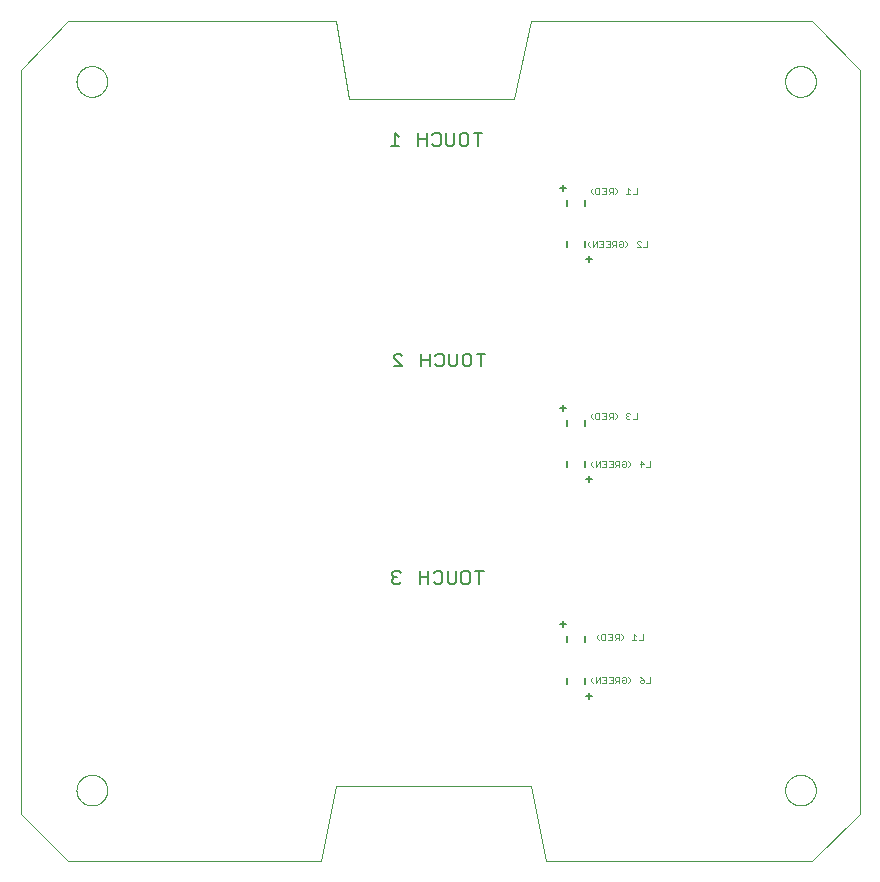
<source format=gbo>
G75*
%MOIN*%
%OFA0B0*%
%FSLAX25Y25*%
%IPPOS*%
%LPD*%
%AMOC8*
5,1,8,0,0,1.08239X$1,22.5*
%
%ADD10C,0.00000*%
%ADD11C,0.00800*%
%ADD12C,0.00400*%
%ADD13C,0.00500*%
D10*
X0024471Y0016748D02*
X0024471Y0264780D01*
X0040219Y0281000D01*
X0129471Y0281000D01*
X0133971Y0255000D01*
X0188971Y0255000D01*
X0194471Y0281000D01*
X0288250Y0281000D01*
X0303998Y0264780D01*
X0303998Y0016748D01*
X0288250Y0001000D01*
X0199471Y0001000D01*
X0194471Y0026000D01*
X0129471Y0026000D01*
X0124471Y0001000D01*
X0040219Y0001000D01*
X0024471Y0016748D01*
X0042975Y0024622D02*
X0042977Y0024765D01*
X0042983Y0024908D01*
X0042993Y0025050D01*
X0043007Y0025192D01*
X0043025Y0025334D01*
X0043047Y0025476D01*
X0043072Y0025616D01*
X0043102Y0025756D01*
X0043136Y0025895D01*
X0043173Y0026033D01*
X0043215Y0026170D01*
X0043260Y0026305D01*
X0043309Y0026439D01*
X0043361Y0026572D01*
X0043417Y0026704D01*
X0043477Y0026833D01*
X0043541Y0026961D01*
X0043608Y0027088D01*
X0043679Y0027212D01*
X0043753Y0027334D01*
X0043830Y0027454D01*
X0043911Y0027572D01*
X0043995Y0027688D01*
X0044082Y0027801D01*
X0044172Y0027912D01*
X0044266Y0028020D01*
X0044362Y0028126D01*
X0044461Y0028228D01*
X0044564Y0028328D01*
X0044668Y0028425D01*
X0044776Y0028520D01*
X0044886Y0028611D01*
X0044999Y0028699D01*
X0045114Y0028783D01*
X0045231Y0028865D01*
X0045351Y0028943D01*
X0045472Y0029018D01*
X0045596Y0029090D01*
X0045722Y0029158D01*
X0045849Y0029222D01*
X0045979Y0029283D01*
X0046110Y0029340D01*
X0046242Y0029394D01*
X0046376Y0029443D01*
X0046511Y0029490D01*
X0046648Y0029532D01*
X0046786Y0029570D01*
X0046924Y0029605D01*
X0047064Y0029635D01*
X0047204Y0029662D01*
X0047345Y0029685D01*
X0047487Y0029704D01*
X0047629Y0029719D01*
X0047772Y0029730D01*
X0047914Y0029737D01*
X0048057Y0029740D01*
X0048200Y0029739D01*
X0048343Y0029734D01*
X0048486Y0029725D01*
X0048628Y0029712D01*
X0048770Y0029695D01*
X0048911Y0029674D01*
X0049052Y0029649D01*
X0049192Y0029621D01*
X0049331Y0029588D01*
X0049469Y0029551D01*
X0049606Y0029511D01*
X0049742Y0029467D01*
X0049877Y0029419D01*
X0050010Y0029367D01*
X0050142Y0029312D01*
X0050272Y0029253D01*
X0050401Y0029190D01*
X0050527Y0029124D01*
X0050652Y0029054D01*
X0050775Y0028981D01*
X0050895Y0028905D01*
X0051014Y0028825D01*
X0051130Y0028741D01*
X0051244Y0028655D01*
X0051355Y0028565D01*
X0051464Y0028473D01*
X0051570Y0028377D01*
X0051674Y0028279D01*
X0051775Y0028177D01*
X0051872Y0028073D01*
X0051967Y0027966D01*
X0052059Y0027857D01*
X0052148Y0027745D01*
X0052234Y0027630D01*
X0052316Y0027514D01*
X0052395Y0027394D01*
X0052471Y0027273D01*
X0052543Y0027150D01*
X0052612Y0027025D01*
X0052677Y0026898D01*
X0052739Y0026769D01*
X0052797Y0026638D01*
X0052852Y0026506D01*
X0052902Y0026372D01*
X0052949Y0026237D01*
X0052993Y0026101D01*
X0053032Y0025964D01*
X0053067Y0025825D01*
X0053099Y0025686D01*
X0053127Y0025546D01*
X0053151Y0025405D01*
X0053171Y0025263D01*
X0053187Y0025121D01*
X0053199Y0024979D01*
X0053207Y0024836D01*
X0053211Y0024693D01*
X0053211Y0024551D01*
X0053207Y0024408D01*
X0053199Y0024265D01*
X0053187Y0024123D01*
X0053171Y0023981D01*
X0053151Y0023839D01*
X0053127Y0023698D01*
X0053099Y0023558D01*
X0053067Y0023419D01*
X0053032Y0023280D01*
X0052993Y0023143D01*
X0052949Y0023007D01*
X0052902Y0022872D01*
X0052852Y0022738D01*
X0052797Y0022606D01*
X0052739Y0022475D01*
X0052677Y0022346D01*
X0052612Y0022219D01*
X0052543Y0022094D01*
X0052471Y0021971D01*
X0052395Y0021850D01*
X0052316Y0021730D01*
X0052234Y0021614D01*
X0052148Y0021499D01*
X0052059Y0021387D01*
X0051967Y0021278D01*
X0051872Y0021171D01*
X0051775Y0021067D01*
X0051674Y0020965D01*
X0051570Y0020867D01*
X0051464Y0020771D01*
X0051355Y0020679D01*
X0051244Y0020589D01*
X0051130Y0020503D01*
X0051014Y0020419D01*
X0050895Y0020339D01*
X0050775Y0020263D01*
X0050652Y0020190D01*
X0050527Y0020120D01*
X0050401Y0020054D01*
X0050272Y0019991D01*
X0050142Y0019932D01*
X0050010Y0019877D01*
X0049877Y0019825D01*
X0049742Y0019777D01*
X0049606Y0019733D01*
X0049469Y0019693D01*
X0049331Y0019656D01*
X0049192Y0019623D01*
X0049052Y0019595D01*
X0048911Y0019570D01*
X0048770Y0019549D01*
X0048628Y0019532D01*
X0048486Y0019519D01*
X0048343Y0019510D01*
X0048200Y0019505D01*
X0048057Y0019504D01*
X0047914Y0019507D01*
X0047772Y0019514D01*
X0047629Y0019525D01*
X0047487Y0019540D01*
X0047345Y0019559D01*
X0047204Y0019582D01*
X0047064Y0019609D01*
X0046924Y0019639D01*
X0046786Y0019674D01*
X0046648Y0019712D01*
X0046511Y0019754D01*
X0046376Y0019801D01*
X0046242Y0019850D01*
X0046110Y0019904D01*
X0045979Y0019961D01*
X0045849Y0020022D01*
X0045722Y0020086D01*
X0045596Y0020154D01*
X0045472Y0020226D01*
X0045351Y0020301D01*
X0045231Y0020379D01*
X0045114Y0020461D01*
X0044999Y0020545D01*
X0044886Y0020633D01*
X0044776Y0020724D01*
X0044668Y0020819D01*
X0044564Y0020916D01*
X0044461Y0021016D01*
X0044362Y0021118D01*
X0044266Y0021224D01*
X0044172Y0021332D01*
X0044082Y0021443D01*
X0043995Y0021556D01*
X0043911Y0021672D01*
X0043830Y0021790D01*
X0043753Y0021910D01*
X0043679Y0022032D01*
X0043608Y0022156D01*
X0043541Y0022283D01*
X0043477Y0022411D01*
X0043417Y0022540D01*
X0043361Y0022672D01*
X0043309Y0022805D01*
X0043260Y0022939D01*
X0043215Y0023074D01*
X0043173Y0023211D01*
X0043136Y0023349D01*
X0043102Y0023488D01*
X0043072Y0023628D01*
X0043047Y0023768D01*
X0043025Y0023910D01*
X0043007Y0024052D01*
X0042993Y0024194D01*
X0042983Y0024336D01*
X0042977Y0024479D01*
X0042975Y0024622D01*
X0279195Y0024622D02*
X0279197Y0024765D01*
X0279203Y0024908D01*
X0279213Y0025050D01*
X0279227Y0025192D01*
X0279245Y0025334D01*
X0279267Y0025476D01*
X0279292Y0025616D01*
X0279322Y0025756D01*
X0279356Y0025895D01*
X0279393Y0026033D01*
X0279435Y0026170D01*
X0279480Y0026305D01*
X0279529Y0026439D01*
X0279581Y0026572D01*
X0279637Y0026704D01*
X0279697Y0026833D01*
X0279761Y0026961D01*
X0279828Y0027088D01*
X0279899Y0027212D01*
X0279973Y0027334D01*
X0280050Y0027454D01*
X0280131Y0027572D01*
X0280215Y0027688D01*
X0280302Y0027801D01*
X0280392Y0027912D01*
X0280486Y0028020D01*
X0280582Y0028126D01*
X0280681Y0028228D01*
X0280784Y0028328D01*
X0280888Y0028425D01*
X0280996Y0028520D01*
X0281106Y0028611D01*
X0281219Y0028699D01*
X0281334Y0028783D01*
X0281451Y0028865D01*
X0281571Y0028943D01*
X0281692Y0029018D01*
X0281816Y0029090D01*
X0281942Y0029158D01*
X0282069Y0029222D01*
X0282199Y0029283D01*
X0282330Y0029340D01*
X0282462Y0029394D01*
X0282596Y0029443D01*
X0282731Y0029490D01*
X0282868Y0029532D01*
X0283006Y0029570D01*
X0283144Y0029605D01*
X0283284Y0029635D01*
X0283424Y0029662D01*
X0283565Y0029685D01*
X0283707Y0029704D01*
X0283849Y0029719D01*
X0283992Y0029730D01*
X0284134Y0029737D01*
X0284277Y0029740D01*
X0284420Y0029739D01*
X0284563Y0029734D01*
X0284706Y0029725D01*
X0284848Y0029712D01*
X0284990Y0029695D01*
X0285131Y0029674D01*
X0285272Y0029649D01*
X0285412Y0029621D01*
X0285551Y0029588D01*
X0285689Y0029551D01*
X0285826Y0029511D01*
X0285962Y0029467D01*
X0286097Y0029419D01*
X0286230Y0029367D01*
X0286362Y0029312D01*
X0286492Y0029253D01*
X0286621Y0029190D01*
X0286747Y0029124D01*
X0286872Y0029054D01*
X0286995Y0028981D01*
X0287115Y0028905D01*
X0287234Y0028825D01*
X0287350Y0028741D01*
X0287464Y0028655D01*
X0287575Y0028565D01*
X0287684Y0028473D01*
X0287790Y0028377D01*
X0287894Y0028279D01*
X0287995Y0028177D01*
X0288092Y0028073D01*
X0288187Y0027966D01*
X0288279Y0027857D01*
X0288368Y0027745D01*
X0288454Y0027630D01*
X0288536Y0027514D01*
X0288615Y0027394D01*
X0288691Y0027273D01*
X0288763Y0027150D01*
X0288832Y0027025D01*
X0288897Y0026898D01*
X0288959Y0026769D01*
X0289017Y0026638D01*
X0289072Y0026506D01*
X0289122Y0026372D01*
X0289169Y0026237D01*
X0289213Y0026101D01*
X0289252Y0025964D01*
X0289287Y0025825D01*
X0289319Y0025686D01*
X0289347Y0025546D01*
X0289371Y0025405D01*
X0289391Y0025263D01*
X0289407Y0025121D01*
X0289419Y0024979D01*
X0289427Y0024836D01*
X0289431Y0024693D01*
X0289431Y0024551D01*
X0289427Y0024408D01*
X0289419Y0024265D01*
X0289407Y0024123D01*
X0289391Y0023981D01*
X0289371Y0023839D01*
X0289347Y0023698D01*
X0289319Y0023558D01*
X0289287Y0023419D01*
X0289252Y0023280D01*
X0289213Y0023143D01*
X0289169Y0023007D01*
X0289122Y0022872D01*
X0289072Y0022738D01*
X0289017Y0022606D01*
X0288959Y0022475D01*
X0288897Y0022346D01*
X0288832Y0022219D01*
X0288763Y0022094D01*
X0288691Y0021971D01*
X0288615Y0021850D01*
X0288536Y0021730D01*
X0288454Y0021614D01*
X0288368Y0021499D01*
X0288279Y0021387D01*
X0288187Y0021278D01*
X0288092Y0021171D01*
X0287995Y0021067D01*
X0287894Y0020965D01*
X0287790Y0020867D01*
X0287684Y0020771D01*
X0287575Y0020679D01*
X0287464Y0020589D01*
X0287350Y0020503D01*
X0287234Y0020419D01*
X0287115Y0020339D01*
X0286995Y0020263D01*
X0286872Y0020190D01*
X0286747Y0020120D01*
X0286621Y0020054D01*
X0286492Y0019991D01*
X0286362Y0019932D01*
X0286230Y0019877D01*
X0286097Y0019825D01*
X0285962Y0019777D01*
X0285826Y0019733D01*
X0285689Y0019693D01*
X0285551Y0019656D01*
X0285412Y0019623D01*
X0285272Y0019595D01*
X0285131Y0019570D01*
X0284990Y0019549D01*
X0284848Y0019532D01*
X0284706Y0019519D01*
X0284563Y0019510D01*
X0284420Y0019505D01*
X0284277Y0019504D01*
X0284134Y0019507D01*
X0283992Y0019514D01*
X0283849Y0019525D01*
X0283707Y0019540D01*
X0283565Y0019559D01*
X0283424Y0019582D01*
X0283284Y0019609D01*
X0283144Y0019639D01*
X0283006Y0019674D01*
X0282868Y0019712D01*
X0282731Y0019754D01*
X0282596Y0019801D01*
X0282462Y0019850D01*
X0282330Y0019904D01*
X0282199Y0019961D01*
X0282069Y0020022D01*
X0281942Y0020086D01*
X0281816Y0020154D01*
X0281692Y0020226D01*
X0281571Y0020301D01*
X0281451Y0020379D01*
X0281334Y0020461D01*
X0281219Y0020545D01*
X0281106Y0020633D01*
X0280996Y0020724D01*
X0280888Y0020819D01*
X0280784Y0020916D01*
X0280681Y0021016D01*
X0280582Y0021118D01*
X0280486Y0021224D01*
X0280392Y0021332D01*
X0280302Y0021443D01*
X0280215Y0021556D01*
X0280131Y0021672D01*
X0280050Y0021790D01*
X0279973Y0021910D01*
X0279899Y0022032D01*
X0279828Y0022156D01*
X0279761Y0022283D01*
X0279697Y0022411D01*
X0279637Y0022540D01*
X0279581Y0022672D01*
X0279529Y0022805D01*
X0279480Y0022939D01*
X0279435Y0023074D01*
X0279393Y0023211D01*
X0279356Y0023349D01*
X0279322Y0023488D01*
X0279292Y0023628D01*
X0279267Y0023768D01*
X0279245Y0023910D01*
X0279227Y0024052D01*
X0279213Y0024194D01*
X0279203Y0024336D01*
X0279197Y0024479D01*
X0279195Y0024622D01*
X0279195Y0260843D02*
X0279197Y0260986D01*
X0279203Y0261129D01*
X0279213Y0261271D01*
X0279227Y0261413D01*
X0279245Y0261555D01*
X0279267Y0261697D01*
X0279292Y0261837D01*
X0279322Y0261977D01*
X0279356Y0262116D01*
X0279393Y0262254D01*
X0279435Y0262391D01*
X0279480Y0262526D01*
X0279529Y0262660D01*
X0279581Y0262793D01*
X0279637Y0262925D01*
X0279697Y0263054D01*
X0279761Y0263182D01*
X0279828Y0263309D01*
X0279899Y0263433D01*
X0279973Y0263555D01*
X0280050Y0263675D01*
X0280131Y0263793D01*
X0280215Y0263909D01*
X0280302Y0264022D01*
X0280392Y0264133D01*
X0280486Y0264241D01*
X0280582Y0264347D01*
X0280681Y0264449D01*
X0280784Y0264549D01*
X0280888Y0264646D01*
X0280996Y0264741D01*
X0281106Y0264832D01*
X0281219Y0264920D01*
X0281334Y0265004D01*
X0281451Y0265086D01*
X0281571Y0265164D01*
X0281692Y0265239D01*
X0281816Y0265311D01*
X0281942Y0265379D01*
X0282069Y0265443D01*
X0282199Y0265504D01*
X0282330Y0265561D01*
X0282462Y0265615D01*
X0282596Y0265664D01*
X0282731Y0265711D01*
X0282868Y0265753D01*
X0283006Y0265791D01*
X0283144Y0265826D01*
X0283284Y0265856D01*
X0283424Y0265883D01*
X0283565Y0265906D01*
X0283707Y0265925D01*
X0283849Y0265940D01*
X0283992Y0265951D01*
X0284134Y0265958D01*
X0284277Y0265961D01*
X0284420Y0265960D01*
X0284563Y0265955D01*
X0284706Y0265946D01*
X0284848Y0265933D01*
X0284990Y0265916D01*
X0285131Y0265895D01*
X0285272Y0265870D01*
X0285412Y0265842D01*
X0285551Y0265809D01*
X0285689Y0265772D01*
X0285826Y0265732D01*
X0285962Y0265688D01*
X0286097Y0265640D01*
X0286230Y0265588D01*
X0286362Y0265533D01*
X0286492Y0265474D01*
X0286621Y0265411D01*
X0286747Y0265345D01*
X0286872Y0265275D01*
X0286995Y0265202D01*
X0287115Y0265126D01*
X0287234Y0265046D01*
X0287350Y0264962D01*
X0287464Y0264876D01*
X0287575Y0264786D01*
X0287684Y0264694D01*
X0287790Y0264598D01*
X0287894Y0264500D01*
X0287995Y0264398D01*
X0288092Y0264294D01*
X0288187Y0264187D01*
X0288279Y0264078D01*
X0288368Y0263966D01*
X0288454Y0263851D01*
X0288536Y0263735D01*
X0288615Y0263615D01*
X0288691Y0263494D01*
X0288763Y0263371D01*
X0288832Y0263246D01*
X0288897Y0263119D01*
X0288959Y0262990D01*
X0289017Y0262859D01*
X0289072Y0262727D01*
X0289122Y0262593D01*
X0289169Y0262458D01*
X0289213Y0262322D01*
X0289252Y0262185D01*
X0289287Y0262046D01*
X0289319Y0261907D01*
X0289347Y0261767D01*
X0289371Y0261626D01*
X0289391Y0261484D01*
X0289407Y0261342D01*
X0289419Y0261200D01*
X0289427Y0261057D01*
X0289431Y0260914D01*
X0289431Y0260772D01*
X0289427Y0260629D01*
X0289419Y0260486D01*
X0289407Y0260344D01*
X0289391Y0260202D01*
X0289371Y0260060D01*
X0289347Y0259919D01*
X0289319Y0259779D01*
X0289287Y0259640D01*
X0289252Y0259501D01*
X0289213Y0259364D01*
X0289169Y0259228D01*
X0289122Y0259093D01*
X0289072Y0258959D01*
X0289017Y0258827D01*
X0288959Y0258696D01*
X0288897Y0258567D01*
X0288832Y0258440D01*
X0288763Y0258315D01*
X0288691Y0258192D01*
X0288615Y0258071D01*
X0288536Y0257951D01*
X0288454Y0257835D01*
X0288368Y0257720D01*
X0288279Y0257608D01*
X0288187Y0257499D01*
X0288092Y0257392D01*
X0287995Y0257288D01*
X0287894Y0257186D01*
X0287790Y0257088D01*
X0287684Y0256992D01*
X0287575Y0256900D01*
X0287464Y0256810D01*
X0287350Y0256724D01*
X0287234Y0256640D01*
X0287115Y0256560D01*
X0286995Y0256484D01*
X0286872Y0256411D01*
X0286747Y0256341D01*
X0286621Y0256275D01*
X0286492Y0256212D01*
X0286362Y0256153D01*
X0286230Y0256098D01*
X0286097Y0256046D01*
X0285962Y0255998D01*
X0285826Y0255954D01*
X0285689Y0255914D01*
X0285551Y0255877D01*
X0285412Y0255844D01*
X0285272Y0255816D01*
X0285131Y0255791D01*
X0284990Y0255770D01*
X0284848Y0255753D01*
X0284706Y0255740D01*
X0284563Y0255731D01*
X0284420Y0255726D01*
X0284277Y0255725D01*
X0284134Y0255728D01*
X0283992Y0255735D01*
X0283849Y0255746D01*
X0283707Y0255761D01*
X0283565Y0255780D01*
X0283424Y0255803D01*
X0283284Y0255830D01*
X0283144Y0255860D01*
X0283006Y0255895D01*
X0282868Y0255933D01*
X0282731Y0255975D01*
X0282596Y0256022D01*
X0282462Y0256071D01*
X0282330Y0256125D01*
X0282199Y0256182D01*
X0282069Y0256243D01*
X0281942Y0256307D01*
X0281816Y0256375D01*
X0281692Y0256447D01*
X0281571Y0256522D01*
X0281451Y0256600D01*
X0281334Y0256682D01*
X0281219Y0256766D01*
X0281106Y0256854D01*
X0280996Y0256945D01*
X0280888Y0257040D01*
X0280784Y0257137D01*
X0280681Y0257237D01*
X0280582Y0257339D01*
X0280486Y0257445D01*
X0280392Y0257553D01*
X0280302Y0257664D01*
X0280215Y0257777D01*
X0280131Y0257893D01*
X0280050Y0258011D01*
X0279973Y0258131D01*
X0279899Y0258253D01*
X0279828Y0258377D01*
X0279761Y0258504D01*
X0279697Y0258632D01*
X0279637Y0258761D01*
X0279581Y0258893D01*
X0279529Y0259026D01*
X0279480Y0259160D01*
X0279435Y0259295D01*
X0279393Y0259432D01*
X0279356Y0259570D01*
X0279322Y0259709D01*
X0279292Y0259849D01*
X0279267Y0259989D01*
X0279245Y0260131D01*
X0279227Y0260273D01*
X0279213Y0260415D01*
X0279203Y0260557D01*
X0279197Y0260700D01*
X0279195Y0260843D01*
X0042975Y0260843D02*
X0042977Y0260986D01*
X0042983Y0261129D01*
X0042993Y0261271D01*
X0043007Y0261413D01*
X0043025Y0261555D01*
X0043047Y0261697D01*
X0043072Y0261837D01*
X0043102Y0261977D01*
X0043136Y0262116D01*
X0043173Y0262254D01*
X0043215Y0262391D01*
X0043260Y0262526D01*
X0043309Y0262660D01*
X0043361Y0262793D01*
X0043417Y0262925D01*
X0043477Y0263054D01*
X0043541Y0263182D01*
X0043608Y0263309D01*
X0043679Y0263433D01*
X0043753Y0263555D01*
X0043830Y0263675D01*
X0043911Y0263793D01*
X0043995Y0263909D01*
X0044082Y0264022D01*
X0044172Y0264133D01*
X0044266Y0264241D01*
X0044362Y0264347D01*
X0044461Y0264449D01*
X0044564Y0264549D01*
X0044668Y0264646D01*
X0044776Y0264741D01*
X0044886Y0264832D01*
X0044999Y0264920D01*
X0045114Y0265004D01*
X0045231Y0265086D01*
X0045351Y0265164D01*
X0045472Y0265239D01*
X0045596Y0265311D01*
X0045722Y0265379D01*
X0045849Y0265443D01*
X0045979Y0265504D01*
X0046110Y0265561D01*
X0046242Y0265615D01*
X0046376Y0265664D01*
X0046511Y0265711D01*
X0046648Y0265753D01*
X0046786Y0265791D01*
X0046924Y0265826D01*
X0047064Y0265856D01*
X0047204Y0265883D01*
X0047345Y0265906D01*
X0047487Y0265925D01*
X0047629Y0265940D01*
X0047772Y0265951D01*
X0047914Y0265958D01*
X0048057Y0265961D01*
X0048200Y0265960D01*
X0048343Y0265955D01*
X0048486Y0265946D01*
X0048628Y0265933D01*
X0048770Y0265916D01*
X0048911Y0265895D01*
X0049052Y0265870D01*
X0049192Y0265842D01*
X0049331Y0265809D01*
X0049469Y0265772D01*
X0049606Y0265732D01*
X0049742Y0265688D01*
X0049877Y0265640D01*
X0050010Y0265588D01*
X0050142Y0265533D01*
X0050272Y0265474D01*
X0050401Y0265411D01*
X0050527Y0265345D01*
X0050652Y0265275D01*
X0050775Y0265202D01*
X0050895Y0265126D01*
X0051014Y0265046D01*
X0051130Y0264962D01*
X0051244Y0264876D01*
X0051355Y0264786D01*
X0051464Y0264694D01*
X0051570Y0264598D01*
X0051674Y0264500D01*
X0051775Y0264398D01*
X0051872Y0264294D01*
X0051967Y0264187D01*
X0052059Y0264078D01*
X0052148Y0263966D01*
X0052234Y0263851D01*
X0052316Y0263735D01*
X0052395Y0263615D01*
X0052471Y0263494D01*
X0052543Y0263371D01*
X0052612Y0263246D01*
X0052677Y0263119D01*
X0052739Y0262990D01*
X0052797Y0262859D01*
X0052852Y0262727D01*
X0052902Y0262593D01*
X0052949Y0262458D01*
X0052993Y0262322D01*
X0053032Y0262185D01*
X0053067Y0262046D01*
X0053099Y0261907D01*
X0053127Y0261767D01*
X0053151Y0261626D01*
X0053171Y0261484D01*
X0053187Y0261342D01*
X0053199Y0261200D01*
X0053207Y0261057D01*
X0053211Y0260914D01*
X0053211Y0260772D01*
X0053207Y0260629D01*
X0053199Y0260486D01*
X0053187Y0260344D01*
X0053171Y0260202D01*
X0053151Y0260060D01*
X0053127Y0259919D01*
X0053099Y0259779D01*
X0053067Y0259640D01*
X0053032Y0259501D01*
X0052993Y0259364D01*
X0052949Y0259228D01*
X0052902Y0259093D01*
X0052852Y0258959D01*
X0052797Y0258827D01*
X0052739Y0258696D01*
X0052677Y0258567D01*
X0052612Y0258440D01*
X0052543Y0258315D01*
X0052471Y0258192D01*
X0052395Y0258071D01*
X0052316Y0257951D01*
X0052234Y0257835D01*
X0052148Y0257720D01*
X0052059Y0257608D01*
X0051967Y0257499D01*
X0051872Y0257392D01*
X0051775Y0257288D01*
X0051674Y0257186D01*
X0051570Y0257088D01*
X0051464Y0256992D01*
X0051355Y0256900D01*
X0051244Y0256810D01*
X0051130Y0256724D01*
X0051014Y0256640D01*
X0050895Y0256560D01*
X0050775Y0256484D01*
X0050652Y0256411D01*
X0050527Y0256341D01*
X0050401Y0256275D01*
X0050272Y0256212D01*
X0050142Y0256153D01*
X0050010Y0256098D01*
X0049877Y0256046D01*
X0049742Y0255998D01*
X0049606Y0255954D01*
X0049469Y0255914D01*
X0049331Y0255877D01*
X0049192Y0255844D01*
X0049052Y0255816D01*
X0048911Y0255791D01*
X0048770Y0255770D01*
X0048628Y0255753D01*
X0048486Y0255740D01*
X0048343Y0255731D01*
X0048200Y0255726D01*
X0048057Y0255725D01*
X0047914Y0255728D01*
X0047772Y0255735D01*
X0047629Y0255746D01*
X0047487Y0255761D01*
X0047345Y0255780D01*
X0047204Y0255803D01*
X0047064Y0255830D01*
X0046924Y0255860D01*
X0046786Y0255895D01*
X0046648Y0255933D01*
X0046511Y0255975D01*
X0046376Y0256022D01*
X0046242Y0256071D01*
X0046110Y0256125D01*
X0045979Y0256182D01*
X0045849Y0256243D01*
X0045722Y0256307D01*
X0045596Y0256375D01*
X0045472Y0256447D01*
X0045351Y0256522D01*
X0045231Y0256600D01*
X0045114Y0256682D01*
X0044999Y0256766D01*
X0044886Y0256854D01*
X0044776Y0256945D01*
X0044668Y0257040D01*
X0044564Y0257137D01*
X0044461Y0257237D01*
X0044362Y0257339D01*
X0044266Y0257445D01*
X0044172Y0257553D01*
X0044082Y0257664D01*
X0043995Y0257777D01*
X0043911Y0257893D01*
X0043830Y0258011D01*
X0043753Y0258131D01*
X0043679Y0258253D01*
X0043608Y0258377D01*
X0043541Y0258504D01*
X0043477Y0258632D01*
X0043417Y0258761D01*
X0043361Y0258893D01*
X0043309Y0259026D01*
X0043260Y0259160D01*
X0043215Y0259295D01*
X0043173Y0259432D01*
X0043136Y0259570D01*
X0043102Y0259709D01*
X0043072Y0259849D01*
X0043047Y0259989D01*
X0043025Y0260131D01*
X0043007Y0260273D01*
X0042993Y0260415D01*
X0042983Y0260557D01*
X0042977Y0260700D01*
X0042975Y0260843D01*
D11*
X0147758Y0239400D02*
X0150561Y0239400D01*
X0149160Y0239400D02*
X0149160Y0243604D01*
X0150561Y0242202D01*
X0156966Y0241502D02*
X0159769Y0241502D01*
X0159769Y0239400D02*
X0159769Y0243604D01*
X0161570Y0242903D02*
X0162271Y0243604D01*
X0163672Y0243604D01*
X0164373Y0242903D01*
X0164373Y0240101D01*
X0163672Y0239400D01*
X0162271Y0239400D01*
X0161570Y0240101D01*
X0156966Y0239400D02*
X0156966Y0243604D01*
X0166174Y0243604D02*
X0166174Y0240101D01*
X0166875Y0239400D01*
X0168276Y0239400D01*
X0168976Y0240101D01*
X0168976Y0243604D01*
X0170778Y0242903D02*
X0171479Y0243604D01*
X0172880Y0243604D01*
X0173580Y0242903D01*
X0173580Y0240101D01*
X0172880Y0239400D01*
X0171479Y0239400D01*
X0170778Y0240101D01*
X0170778Y0242903D01*
X0175382Y0243604D02*
X0178184Y0243604D01*
X0176783Y0243604D02*
X0176783Y0239400D01*
X0176382Y0170104D02*
X0179184Y0170104D01*
X0177783Y0170104D02*
X0177783Y0165900D01*
X0174580Y0166601D02*
X0173880Y0165900D01*
X0172479Y0165900D01*
X0171778Y0166601D01*
X0171778Y0169403D01*
X0172479Y0170104D01*
X0173880Y0170104D01*
X0174580Y0169403D01*
X0174580Y0166601D01*
X0169976Y0166601D02*
X0169276Y0165900D01*
X0167875Y0165900D01*
X0167174Y0166601D01*
X0167174Y0170104D01*
X0165373Y0169403D02*
X0165373Y0166601D01*
X0164672Y0165900D01*
X0163271Y0165900D01*
X0162570Y0166601D01*
X0160769Y0165900D02*
X0160769Y0170104D01*
X0162570Y0169403D02*
X0163271Y0170104D01*
X0164672Y0170104D01*
X0165373Y0169403D01*
X0169976Y0170104D02*
X0169976Y0166601D01*
X0160769Y0168002D02*
X0157966Y0168002D01*
X0157966Y0170104D02*
X0157966Y0165900D01*
X0151561Y0165900D02*
X0148758Y0168702D01*
X0148758Y0169403D01*
X0149459Y0170104D01*
X0150860Y0170104D01*
X0151561Y0169403D01*
X0151561Y0165900D02*
X0148758Y0165900D01*
X0148959Y0097604D02*
X0148258Y0096903D01*
X0148258Y0096202D01*
X0148959Y0095502D01*
X0148258Y0094801D01*
X0148258Y0094101D01*
X0148959Y0093400D01*
X0150360Y0093400D01*
X0151061Y0094101D01*
X0149660Y0095502D02*
X0148959Y0095502D01*
X0148959Y0097604D02*
X0150360Y0097604D01*
X0151061Y0096903D01*
X0157466Y0097604D02*
X0157466Y0093400D01*
X0157466Y0095502D02*
X0160269Y0095502D01*
X0160269Y0093400D02*
X0160269Y0097604D01*
X0162070Y0096903D02*
X0162771Y0097604D01*
X0164172Y0097604D01*
X0164873Y0096903D01*
X0164873Y0094101D01*
X0164172Y0093400D01*
X0162771Y0093400D01*
X0162070Y0094101D01*
X0166674Y0094101D02*
X0166674Y0097604D01*
X0169476Y0097604D02*
X0169476Y0094101D01*
X0168776Y0093400D01*
X0167375Y0093400D01*
X0166674Y0094101D01*
X0171278Y0094101D02*
X0171278Y0096903D01*
X0171979Y0097604D01*
X0173380Y0097604D01*
X0174080Y0096903D01*
X0174080Y0094101D01*
X0173380Y0093400D01*
X0171979Y0093400D01*
X0171278Y0094101D01*
X0175882Y0097604D02*
X0178684Y0097604D01*
X0177283Y0097604D02*
X0177283Y0093400D01*
D12*
X0216371Y0076034D02*
X0217038Y0076702D01*
X0217913Y0076368D02*
X0217913Y0075034D01*
X0218247Y0074700D01*
X0219248Y0074700D01*
X0219248Y0076702D01*
X0218247Y0076702D01*
X0217913Y0076368D01*
X0216371Y0076034D02*
X0216371Y0075367D01*
X0217038Y0074700D01*
X0220123Y0074700D02*
X0221458Y0074700D01*
X0221458Y0076702D01*
X0220123Y0076702D01*
X0220791Y0075701D02*
X0221458Y0075701D01*
X0222333Y0075701D02*
X0222667Y0075367D01*
X0223668Y0075367D01*
X0223668Y0074700D02*
X0223668Y0076702D01*
X0222667Y0076702D01*
X0222333Y0076368D01*
X0222333Y0075701D01*
X0223000Y0075367D02*
X0222333Y0074700D01*
X0224474Y0074700D02*
X0225141Y0075367D01*
X0225141Y0076034D01*
X0224474Y0076702D01*
X0228226Y0074700D02*
X0229561Y0074700D01*
X0228893Y0074700D02*
X0228893Y0076702D01*
X0229561Y0076034D01*
X0230436Y0074700D02*
X0231771Y0074700D01*
X0231771Y0076702D01*
X0230726Y0062202D02*
X0231393Y0061868D01*
X0232061Y0061201D01*
X0231060Y0061201D01*
X0230726Y0060867D01*
X0230726Y0060534D01*
X0231060Y0060200D01*
X0231727Y0060200D01*
X0232061Y0060534D01*
X0232061Y0061201D01*
X0232936Y0060200D02*
X0234271Y0060200D01*
X0234271Y0062202D01*
X0227641Y0061534D02*
X0226974Y0062202D01*
X0226168Y0061868D02*
X0226168Y0060534D01*
X0225834Y0060200D01*
X0225167Y0060200D01*
X0224833Y0060534D01*
X0224833Y0061201D01*
X0225500Y0061201D01*
X0224833Y0061868D02*
X0225167Y0062202D01*
X0225834Y0062202D01*
X0226168Y0061868D01*
X0227641Y0061534D02*
X0227641Y0060867D01*
X0226974Y0060200D01*
X0223958Y0060200D02*
X0223958Y0062202D01*
X0222957Y0062202D01*
X0222623Y0061868D01*
X0222623Y0061201D01*
X0222957Y0060867D01*
X0223958Y0060867D01*
X0223291Y0060867D02*
X0222623Y0060200D01*
X0221748Y0060200D02*
X0220413Y0060200D01*
X0219538Y0060200D02*
X0219538Y0062202D01*
X0218204Y0062202D01*
X0217328Y0062202D02*
X0215994Y0060200D01*
X0215994Y0062202D01*
X0215118Y0062202D02*
X0214451Y0061534D01*
X0214451Y0060867D01*
X0215118Y0060200D01*
X0217328Y0060200D02*
X0217328Y0062202D01*
X0218871Y0061201D02*
X0219538Y0061201D01*
X0219538Y0060200D02*
X0218204Y0060200D01*
X0220413Y0062202D02*
X0221748Y0062202D01*
X0221748Y0060200D01*
X0221748Y0061201D02*
X0221081Y0061201D01*
X0221748Y0132200D02*
X0220413Y0132200D01*
X0219538Y0132200D02*
X0219538Y0134202D01*
X0218204Y0134202D01*
X0217328Y0134202D02*
X0215994Y0132200D01*
X0215994Y0134202D01*
X0215118Y0134202D02*
X0214451Y0133534D01*
X0214451Y0132867D01*
X0215118Y0132200D01*
X0217328Y0132200D02*
X0217328Y0134202D01*
X0218871Y0133201D02*
X0219538Y0133201D01*
X0219538Y0132200D02*
X0218204Y0132200D01*
X0220413Y0134202D02*
X0221748Y0134202D01*
X0221748Y0132200D01*
X0222623Y0132200D02*
X0223291Y0132867D01*
X0222957Y0132867D02*
X0223958Y0132867D01*
X0223958Y0132200D02*
X0223958Y0134202D01*
X0222957Y0134202D01*
X0222623Y0133868D01*
X0222623Y0133201D01*
X0222957Y0132867D01*
X0221748Y0133201D02*
X0221081Y0133201D01*
X0224833Y0133201D02*
X0224833Y0132534D01*
X0225167Y0132200D01*
X0225834Y0132200D01*
X0226168Y0132534D01*
X0226168Y0133868D01*
X0225834Y0134202D01*
X0225167Y0134202D01*
X0224833Y0133868D01*
X0224833Y0133201D02*
X0225500Y0133201D01*
X0226974Y0134202D02*
X0227641Y0133534D01*
X0227641Y0132867D01*
X0226974Y0132200D01*
X0230726Y0133201D02*
X0232061Y0133201D01*
X0231060Y0134202D01*
X0231060Y0132200D01*
X0232936Y0132200D02*
X0234271Y0132200D01*
X0234271Y0134202D01*
X0229771Y0148200D02*
X0228436Y0148200D01*
X0227561Y0148534D02*
X0227227Y0148200D01*
X0226560Y0148200D01*
X0226226Y0148534D01*
X0226226Y0148867D01*
X0226560Y0149201D01*
X0226893Y0149201D01*
X0226560Y0149201D02*
X0226226Y0149534D01*
X0226226Y0149868D01*
X0226560Y0150202D01*
X0227227Y0150202D01*
X0227561Y0149868D01*
X0229771Y0150202D02*
X0229771Y0148200D01*
X0223141Y0148867D02*
X0223141Y0149534D01*
X0222474Y0150202D01*
X0221668Y0150202D02*
X0220667Y0150202D01*
X0220333Y0149868D01*
X0220333Y0149201D01*
X0220667Y0148867D01*
X0221668Y0148867D01*
X0221668Y0148200D02*
X0221668Y0150202D01*
X0221000Y0148867D02*
X0220333Y0148200D01*
X0219458Y0148200D02*
X0219458Y0150202D01*
X0218123Y0150202D01*
X0217248Y0150202D02*
X0216247Y0150202D01*
X0215913Y0149868D01*
X0215913Y0148534D01*
X0216247Y0148200D01*
X0217248Y0148200D01*
X0217248Y0150202D01*
X0218791Y0149201D02*
X0219458Y0149201D01*
X0219458Y0148200D02*
X0218123Y0148200D01*
X0215038Y0148200D02*
X0214371Y0148867D01*
X0214371Y0149534D01*
X0215038Y0150202D01*
X0222474Y0148200D02*
X0223141Y0148867D01*
X0222958Y0205700D02*
X0222958Y0207702D01*
X0221957Y0207702D01*
X0221623Y0207368D01*
X0221623Y0206701D01*
X0221957Y0206367D01*
X0222958Y0206367D01*
X0222291Y0206367D02*
X0221623Y0205700D01*
X0220748Y0205700D02*
X0219413Y0205700D01*
X0218538Y0205700D02*
X0217204Y0205700D01*
X0216328Y0205700D02*
X0216328Y0207702D01*
X0214994Y0205700D01*
X0214994Y0207702D01*
X0214118Y0207702D02*
X0213451Y0207034D01*
X0213451Y0206367D01*
X0214118Y0205700D01*
X0217204Y0207702D02*
X0218538Y0207702D01*
X0218538Y0205700D01*
X0218538Y0206701D02*
X0217871Y0206701D01*
X0219413Y0207702D02*
X0220748Y0207702D01*
X0220748Y0205700D01*
X0220748Y0206701D02*
X0220081Y0206701D01*
X0223833Y0206701D02*
X0224500Y0206701D01*
X0223833Y0206701D02*
X0223833Y0206034D01*
X0224167Y0205700D01*
X0224834Y0205700D01*
X0225168Y0206034D01*
X0225168Y0207368D01*
X0224834Y0207702D01*
X0224167Y0207702D01*
X0223833Y0207368D01*
X0225974Y0207702D02*
X0226641Y0207034D01*
X0226641Y0206367D01*
X0225974Y0205700D01*
X0229726Y0205700D02*
X0231061Y0205700D01*
X0229726Y0207034D01*
X0229726Y0207368D01*
X0230060Y0207702D01*
X0230727Y0207702D01*
X0231061Y0207368D01*
X0231936Y0205700D02*
X0233271Y0205700D01*
X0233271Y0207702D01*
X0229771Y0223200D02*
X0228436Y0223200D01*
X0227561Y0223200D02*
X0226226Y0223200D01*
X0226893Y0223200D02*
X0226893Y0225202D01*
X0227561Y0224534D01*
X0229771Y0225202D02*
X0229771Y0223200D01*
X0223141Y0223867D02*
X0223141Y0224534D01*
X0222474Y0225202D01*
X0221668Y0225202D02*
X0220667Y0225202D01*
X0220333Y0224868D01*
X0220333Y0224201D01*
X0220667Y0223867D01*
X0221668Y0223867D01*
X0221668Y0223200D02*
X0221668Y0225202D01*
X0221000Y0223867D02*
X0220333Y0223200D01*
X0219458Y0223200D02*
X0218123Y0223200D01*
X0217248Y0223200D02*
X0216247Y0223200D01*
X0215913Y0223534D01*
X0215913Y0224868D01*
X0216247Y0225202D01*
X0217248Y0225202D01*
X0217248Y0223200D01*
X0218791Y0224201D02*
X0219458Y0224201D01*
X0219458Y0225202D02*
X0219458Y0223200D01*
X0219458Y0225202D02*
X0218123Y0225202D01*
X0215038Y0225202D02*
X0214371Y0224534D01*
X0214371Y0223867D01*
X0215038Y0223200D01*
X0222474Y0223200D02*
X0223141Y0223867D01*
D13*
X0212510Y0221449D02*
X0212510Y0219449D01*
X0206510Y0219449D02*
X0206510Y0221449D01*
X0205310Y0224449D02*
X0205310Y0226449D01*
X0204310Y0225449D02*
X0206310Y0225449D01*
X0206510Y0207709D02*
X0206510Y0205709D01*
X0212510Y0205709D02*
X0212510Y0207709D01*
X0213710Y0202709D02*
X0213710Y0200709D01*
X0214710Y0201709D02*
X0212710Y0201709D01*
X0205310Y0153102D02*
X0205310Y0151102D01*
X0204310Y0152102D02*
X0206310Y0152102D01*
X0206510Y0148102D02*
X0206510Y0146102D01*
X0212510Y0146102D02*
X0212510Y0148102D01*
X0212510Y0134205D02*
X0212510Y0132205D01*
X0213710Y0129205D02*
X0213710Y0127205D01*
X0214710Y0128205D02*
X0212710Y0128205D01*
X0206510Y0132205D02*
X0206510Y0134205D01*
X0205310Y0080937D02*
X0205310Y0078937D01*
X0204310Y0079937D02*
X0206310Y0079937D01*
X0206510Y0075937D02*
X0206510Y0073937D01*
X0212510Y0073937D02*
X0212510Y0075937D01*
X0212510Y0061882D02*
X0212510Y0059882D01*
X0213710Y0056882D02*
X0213710Y0054882D01*
X0214710Y0055882D02*
X0212710Y0055882D01*
X0206510Y0059882D02*
X0206510Y0061882D01*
M02*

</source>
